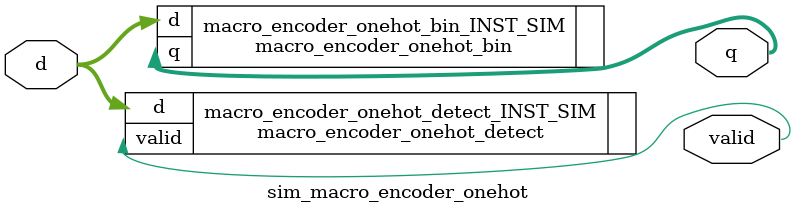
<source format=v>


module sim_macro_encoder_onehot (
    input   wire [15:0]             d,
    output  wire [3 :0]             q,
    output  wire                    valid
);

    macro_encoder_onehot_bin #(
        .OUTPUT_WIDTH   (4)
    ) macro_encoder_onehot_bin_INST_SIM (
        .d      (d),
        .q      (q)
    );

    macro_encoder_onehot_detect #(
        .INPUT_WIDTH    (1 << 4)
    ) macro_encoder_onehot_detect_INST_SIM (
        .d      (d),
        .valid  (valid)
    );

endmodule

</source>
